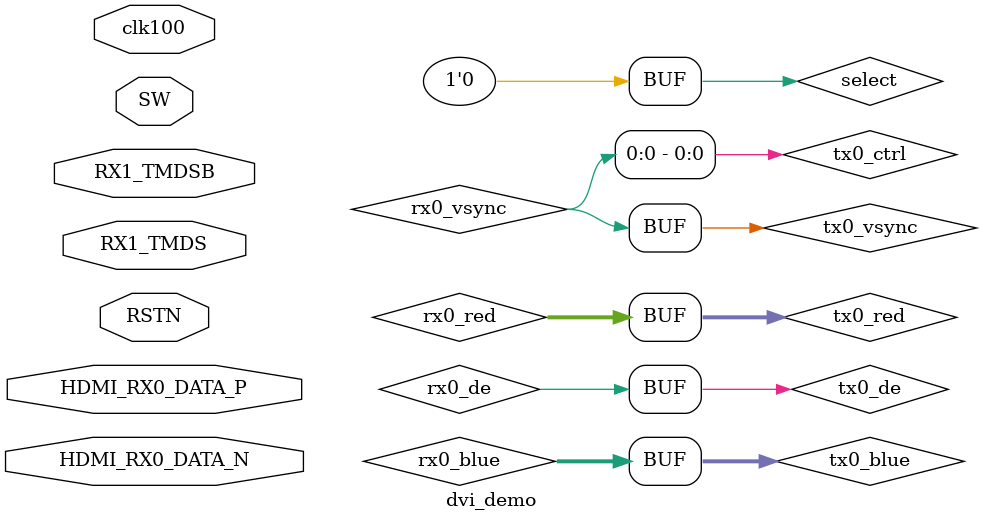
<source format=v>
`timescale 1 ns / 1 ps


module dvi_demo (
  input wire        RSTN,    //The reset button
  input wire        clk100,      //100 MHz osicallator
  input wire [3:0]  HDMI_RX0_DATA_P,
  input wire [3:0]  HDMI_RX0_DATA_N,
  input wire [3:0]  RX1_TMDS,
  input wire [3:0]  RX1_TMDSB,

  input  wire SW, // what is

  // These will be used to show status data using the multicolored LED's
  // on the SoC
  // output wire [7:0] LED
);

  ////////////////////////////////////////////////////
  // 25 MHz and switch debouncers
  ////////////////////////////////////////////////////
  wire clk25, clk25m;

  BUFIO2 #(.DIVIDE_BYPASS("FALSE"), .DIVIDE(5))
  sysclk_div (.DIVCLK(clk25m), .IOCLK(), .SERDESSTROBE(), .I(clk100));

  BUFG clk25_buf (.I(clk25m), .O(clk25));

  wire sws;

  synchro #(.INITIALIZE("LOGIC0"))
  synchro_sws_0 (.async(SW),.sync(sws),.clk(clk25));

  // wire select = sws;
  wire select = 1'b0;

  reg select_q = 1'b0;
  reg switch = 1'b0;
  always @ (posedge clk25) begin
    select_q <= select;

    switch = select ^ select_q;
  end

  /////////////////////////
  //
  // Input Port 0
  //
  /////////////////////////
  wire rx0_pclk, rx0_pclkx2, rx0_pclkx10, rx0_pllclk0;
  wire rx0_plllckd;
  wire rx0_reset;
  wire rx0_serdesstrobe;
  wire rx0_hsync;          // hsync data
  wire rx0_vsync;          // vsync data
  wire rx0_de;             // data enable
  wire rx0_psalgnerr;      // channel phase alignment error
  wire [7:0] rx0_red;      // pixel data out
  wire [7:0] rx0_green;    // pixel data out
  wire [7:0] rx0_blue;     // pixel data out
  wire [29:0] rx0_sdata;
  wire rx0_blue_vld;
  wire rx0_green_vld;
  wire rx0_red_vld;
  wire rx0_blue_rdy;
  wire rx0_green_rdy;
  wire rx0_red_rdy;

  dvi_decoder dvi_rx0 (
    //These are input ports
    .tmdsclk_p   (HDMI_RX0_DATA_P[3]),
    .tmdsclk_n   (HDMI_RX0_DATA_N[3]),
    .blue_p      (HDMI_RX0_DATA_P[0]),
    .green_p     (HDMI_RX0_DATA_P[1]),
    .red_p       (HDMI_RX0_DATA_P[2]),
    .blue_n      (HDMI_RX0_DATA_N[0]),
    .green_n     (HDMI_RX0_DATA_N[1]),
    .red_n       (HDMI_RX0_DATA_N[2]),
    .exrst       (~RSTN),

    //These are output ports
    .reset       (rx0_reset),
    .pclk        (rx0_pclk),
    .pclkx2      (rx0_pclkx2),
    .pclkx10     (rx0_pclkx10),
    .pllclk0     (rx0_pllclk0), // PLL x10 output
    .pllclk1     (rx0_pllclk1), // PLL x1 output
    .pllclk2     (rx0_pllclk2), // PLL x2 output
    .pll_lckd    (rx0_plllckd),
    .tmdsclk     (rx0_tmdsclk),
    .serdesstrobe(rx0_serdesstrobe),
    .hsync       (rx0_hsync),
    .vsync       (rx0_vsync),
    .de          (rx0_de),

    .blue_vld    (rx0_blue_vld),
    .green_vld   (rx0_green_vld),
    .red_vld     (rx0_red_vld),
    .blue_rdy    (rx0_blue_rdy),
    .green_rdy   (rx0_green_rdy),
    .red_rdy     (rx0_red_rdy),

    .psalgnerr   (rx0_psalgnerr),

    .sdout       (rx0_sdata),
    .red         (rx0_red),
    .green       (rx0_green),
    .blue        (rx0_blue));

  /////////////////////////
  //
  // Input Port 1
  //
  /////////////////////////
  wire rx1_pclk, rx1_pclkx2, rx1_pclkx10, rx1_pllclk0;
  wire rx1_plllckd;
  wire rx1_reset;
  wire rx1_serdesstrobe;
  wire rx1_hsync;          // hsync data
  wire rx1_vsync;          // vsync data
  wire rx1_de;             // data enable
  wire rx1_psalgnerr;      // channel phase alignment error
  wire [7:0] rx1_red;      // pixel data out
  wire [7:0] rx1_green;    // pixel data out
  wire [7:0] rx1_blue;     // pixel data out
  wire [29:0] rx1_sdata;
  wire rx1_blue_vld;
  wire rx1_green_vld;
  wire rx1_red_vld;
  wire rx1_blue_rdy;
  wire rx1_green_rdy;
  wire rx1_red_rdy;

  dvi_decoder dvi_rx1 (
    //These are input ports
    .tmdsclk_p   (RX1_TMDS[3]),
    .tmdsclk_n   (RX1_TMDSB[3]),
    .blue_p      (RX1_TMDS[0]),
    .green_p     (RX1_TMDS[1]),
    .red_p       (RX1_TMDS[2]),
    .blue_n      (RX1_TMDSB[0]),
    .green_n     (RX1_TMDSB[1]),
    .red_n       (RX1_TMDSB[2]),
    .exrst       (~RSTN),

    //These are output ports
    .reset       (rx1_reset),
    .pclk        (rx1_pclk),
    .pclkx2      (rx1_pclkx2),
    .pclkx10     (rx1_pclkx10),
    .pllclk0     (rx1_pllclk0), // PLL x10 outptu
    .pllclk1     (rx1_pllclk1), // PLL x1 output
    .pllclk2     (rx1_pllclk2), // PLL x2 output
    .pll_lckd    (rx1_plllckd),
    .tmdsclk     (rx1_tmdsclk),
    .serdesstrobe(rx1_serdesstrobe),
    .hsync       (rx1_hsync),
    .vsync       (rx1_vsync),
    .de          (rx1_de),

    .blue_vld    (rx1_blue_vld),
    .green_vld   (rx1_green_vld),
    .red_vld     (rx1_red_vld),
    .blue_rdy    (rx1_blue_rdy),
    .green_rdy   (rx1_green_rdy),
    .red_rdy     (rx1_red_rdy),

    .psalgnerr   (rx1_psalgnerr),

    .sdout       (rx1_sdata),
    .red         (rx1_red),
    .green       (rx1_green),
    .blue        (rx1_blue)); 

  /////////////////
  //
  // Output Port 0
  //
  /////////////////
  wire         tx0_de;
  wire         tx0_pclk;
  wire         tx0_pclkx2;
  wire         tx0_pclkx10;
  wire         tx0_serdesstrobe;
  wire         tx0_reset;
  wire [7:0]   tx0_blue;
  wire [7:0]   tx0_green;
  wire [7:0]   tx0_red;
  wire         tx0_hsync;
  wire         tx0_vsync;
  wire [1:0]   tx0_ctrl;
  wire         tx0_pll_reset;

  assign tx0_de           = (select) ? rx1_de    : rx0_de;
  assign tx0_blue         = (select) ? rx1_blue  : rx0_blue;
  assign tx0_green        = (select) ? rx1_green : rx0_green;
  assign tx0_red          = (select) ? rx1_red   : rx0_red;
  assign tx0_hsync        = (select) ? rx1_hsync : rx0_hsync;
  assign tx0_vsync        = (select) ? rx1_vsync : rx0_vsync;
  assign tx0_ctrl = {tx0_hsync, tx0_vsync};
  assign tx0_pll_reset    =  switch | ((select) ? rx1_reset : rx0_reset);

  //////////////////////////////////////////////////////////////////
  // Instantiate a dedicate PLL for output port
  //////////////////////////////////////////////////////////////////
  wire tx0_clkfbout, tx0_clkfbin, tx0_plllckd;
  wire tx0_pllclk0, tx0_pllclk2;

  PLL_BASE # (
    .CLKIN_PERIOD(10),
    .CLKFBOUT_MULT(10), //set VCO to 10x of CLKIN
    .CLKOUT0_DIVIDE(1),
    .CLKOUT1_DIVIDE(10),
    .CLKOUT2_DIVIDE(5),
    .COMPENSATION("SOURCE_SYNCHRONOUS")
  ) PLL_OSERDES_0 (
    .CLKFBOUT(tx0_clkfbout),
    .CLKOUT0(tx0_pllclk0),
    .CLKOUT1(),
    .CLKOUT2(tx0_pllclk2),
    .CLKOUT3(),
    .CLKOUT4(),
    .CLKOUT5(),
    .LOCKED(tx0_plllckd),
    .CLKFBIN(tx0_clkfbin),
    .CLKIN(tx0_pclk),
    .RST(tx0_pll_reset)
  );

  //
  // This BUFGMUX directly selects between two RX PLL pclk outputs
  // This way we have a matched skew between the RX pclk clocks and the TX pclk
  //
  BUFGMUX tx0_bufg_pclk (.S(select), .I1(rx1_pllclk1), .I0(rx0_pllclk1), .O(tx0_pclk));

  //
  // This BUFG is needed in order to deskew between PLL clkin and clkout
  // So the tx0 pclkx2 and pclkx10 will have the same phase as the pclk input
  //
  BUFG tx0_clkfb_buf (.I(tx0_clkfbout), .O(tx0_clkfbin));

  //
  // regenerate pclkx2 for TX
  //
  BUFG tx0_pclkx2_buf (.I(tx0_pllclk2), .O(tx0_pclkx2));

  //
  // regenerate pclkx10 for TX
  //
  wire tx0_bufpll_lock;
  BUFPLL #(.DIVIDE(5)) tx0_ioclk_buf (.PLLIN(tx0_pllclk0), .GCLK(tx0_pclkx2), .LOCKED(tx0_plllckd),
           .IOCLK(tx0_pclkx10), .SERDESSTROBE(tx0_serdesstrobe), .LOCK(tx0_bufpll_lock));

  assign tx0_reset = ~tx0_bufpll_lock;

  pmod_headers tx_pmod (
    .i_red(tx0_red),
    .i_green(tx0_green),
    .i_blue(tx0_blue),
    .i_ctrl(tx0_ctrl),
    .i_clk(tx0_pclk),
    .i_de(tx0_de),

    .o_pm_r(PM_DVI_R),
    .o_pm_g(PM_DVI_G),
    .o_pm_b(PM_DVI_B),
    .o_pm_clk(PM_DVI_CLK),
    .o_pm_hs(PM_DVI_HS),
    .o_pm_vs(PM_DVI_VS),
    .o_pm_de(PM_DVI_DE)
  );

  //////////////////////////////////////
  // Status LED
  //////////////////////////////////////
  // assign LED = {rx0_red_rdy, rx0_green_rdy, rx0_blue_rdy, rx1_red_rdy, rx1_green_rdy, rx1_blue_rdy,
  //               rx0_de, rx1_de};

endmodule

</source>
